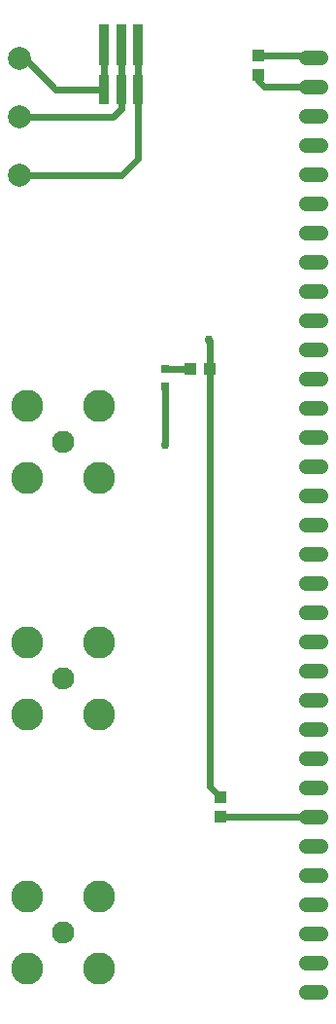
<source format=gbr>
G04 EAGLE Gerber RS-274X export*
G75*
%MOMM*%
%FSLAX34Y34*%
%LPD*%
%INTop Copper*%
%IPPOS*%
%AMOC8*
5,1,8,0,0,1.08239X$1,22.5*%
G01*
%ADD10R,1.000000X1.100000*%
%ADD11R,0.800000X0.800000*%
%ADD12R,1.100000X1.000000*%
%ADD13C,1.308000*%
%ADD14C,2.000000*%
%ADD15C,2.800000*%
%ADD16C,1.930400*%
%ADD17R,0.850000X3.550000*%
%ADD18R,0.850000X2.650000*%
%ADD19C,0.609600*%
%ADD20C,0.756400*%


D10*
X256540Y851780D03*
X256540Y834780D03*
D11*
X175260Y564000D03*
X175260Y579000D03*
D12*
X223520Y206620D03*
X223520Y189620D03*
D10*
X214240Y579120D03*
X197240Y579120D03*
D13*
X298260Y849630D02*
X311340Y849630D01*
X311340Y824230D02*
X298260Y824230D01*
X298260Y798830D02*
X311340Y798830D01*
X311340Y773430D02*
X298260Y773430D01*
X298260Y748030D02*
X311340Y748030D01*
X311340Y722630D02*
X298260Y722630D01*
X298260Y697230D02*
X311340Y697230D01*
X311340Y671830D02*
X298260Y671830D01*
X298260Y646430D02*
X311340Y646430D01*
X311340Y621030D02*
X298260Y621030D01*
X298260Y595630D02*
X311340Y595630D01*
X311340Y570230D02*
X298260Y570230D01*
X298260Y544830D02*
X311340Y544830D01*
X311340Y519430D02*
X298260Y519430D01*
X298260Y494030D02*
X311340Y494030D01*
X311340Y468630D02*
X298260Y468630D01*
X298260Y443230D02*
X311340Y443230D01*
X311340Y417830D02*
X298260Y417830D01*
X298260Y392430D02*
X311340Y392430D01*
X311340Y367030D02*
X298260Y367030D01*
X298260Y341630D02*
X311340Y341630D01*
X311340Y316230D02*
X298260Y316230D01*
X298260Y290830D02*
X311340Y290830D01*
X311340Y265430D02*
X298260Y265430D01*
X298260Y240030D02*
X311340Y240030D01*
X311340Y214630D02*
X298260Y214630D01*
X298260Y189230D02*
X311340Y189230D01*
X311340Y163830D02*
X298260Y163830D01*
X298260Y138430D02*
X311340Y138430D01*
X311340Y113030D02*
X298260Y113030D01*
X298260Y87630D02*
X311340Y87630D01*
X311340Y62230D02*
X298260Y62230D01*
X298260Y36830D02*
X311340Y36830D01*
D14*
X48510Y848571D03*
X48510Y797771D03*
X48510Y746971D03*
D15*
X55060Y120200D03*
X117660Y120200D03*
X55060Y57600D03*
X117660Y57600D03*
D16*
X86360Y88900D03*
D15*
X55060Y341180D03*
X117660Y341180D03*
X55060Y278580D03*
X117660Y278580D03*
D16*
X86360Y309880D03*
D15*
X55060Y546920D03*
X117660Y546920D03*
X55060Y484320D03*
X117660Y484320D03*
D16*
X86360Y515620D03*
D17*
X152160Y861030D03*
X137160Y861030D03*
X122160Y861030D03*
D18*
X152160Y822030D03*
X137160Y822030D03*
X122160Y822030D03*
D19*
X256540Y851780D02*
X302650Y851780D01*
X304800Y849630D01*
X223520Y189620D02*
X223910Y189230D01*
X304800Y189230D01*
D20*
X175260Y513080D03*
D19*
X175260Y564000D01*
X262010Y824230D02*
X256540Y829700D01*
X256540Y834780D01*
X262010Y824230D02*
X304800Y824230D01*
X213360Y604520D02*
X214240Y603640D01*
X214240Y579120D01*
D20*
X213360Y604520D03*
D19*
X214240Y579120D02*
X214240Y215900D01*
X223520Y206620D01*
X122160Y822030D02*
X122160Y861030D01*
X122160Y822030D02*
X79670Y822030D01*
X53129Y848571D02*
X48510Y848571D01*
X53129Y848571D02*
X79670Y822030D01*
X137160Y822030D02*
X137160Y861030D01*
X137160Y822030D02*
X137160Y805180D01*
X129751Y797771D01*
X48510Y797771D01*
X152160Y822030D02*
X152160Y861030D01*
X152160Y822030D02*
X152160Y761760D01*
X137371Y746971D02*
X48510Y746971D01*
X137371Y746971D02*
X152160Y761760D01*
X175380Y579120D02*
X175260Y579000D01*
X175380Y579120D02*
X197240Y579120D01*
M02*

</source>
